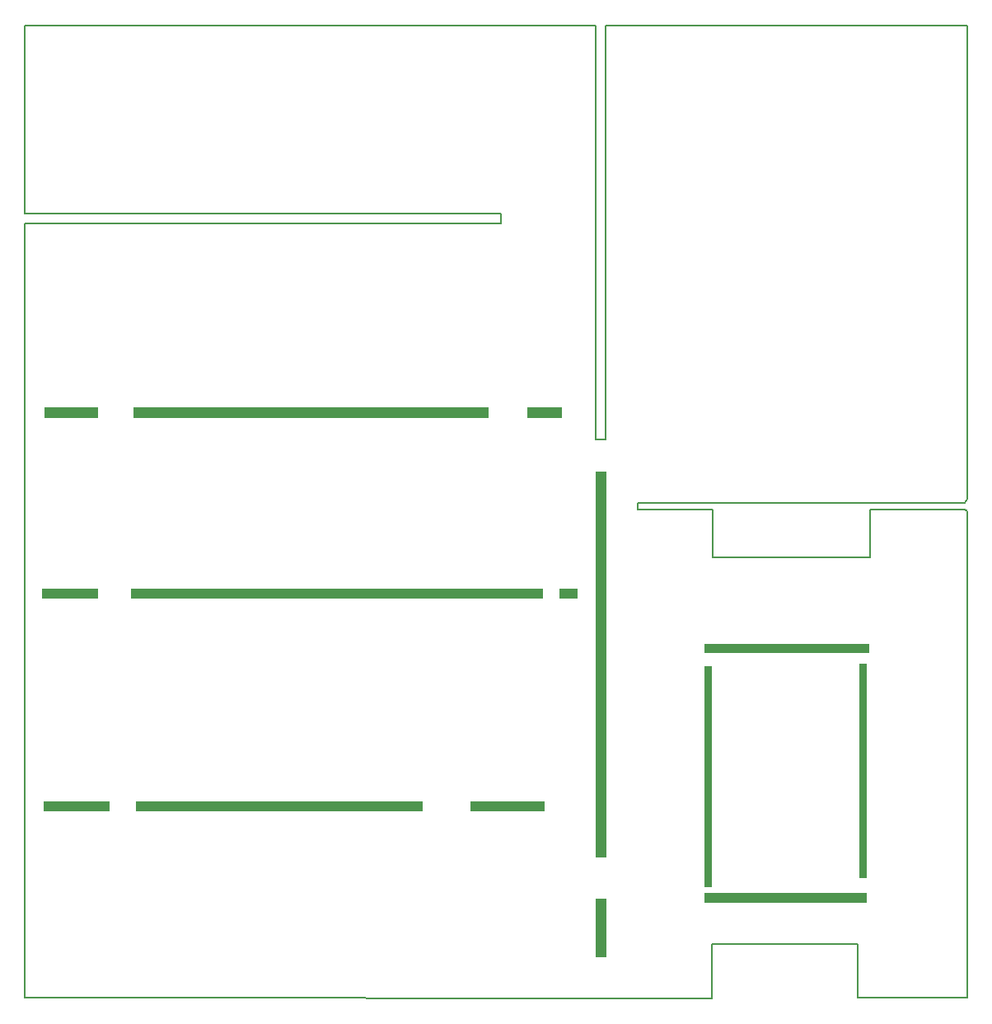
<source format=gbr>
%TF.GenerationSoftware,KiCad,Pcbnew,7.0.7*%
%TF.CreationDate,2023-11-05T16:16:48-05:00*%
%TF.ProjectId,MaisonEtape1,4d616973-6f6e-4457-9461-7065312e6b69,rev?*%
%TF.SameCoordinates,Original*%
%TF.FileFunction,Profile,NP*%
%FSLAX46Y46*%
G04 Gerber Fmt 4.6, Leading zero omitted, Abs format (unit mm)*
G04 Created by KiCad (PCBNEW 7.0.7) date 2023-11-05 16:16:48*
%MOMM*%
%LPD*%
G01*
G04 APERTURE LIST*
%TA.AperFunction,Profile*%
%ADD10C,0.100000*%
%TD*%
%TA.AperFunction,Profile*%
%ADD11C,0.200000*%
%TD*%
G04 APERTURE END LIST*
D10*
X146939000Y-122428000D02*
X139446000Y-122428000D01*
X139446000Y-121459908D01*
X146939000Y-121459908D01*
X146939000Y-122428000D01*
%TA.AperFunction,Profile*%
G36*
X146939000Y-122428000D02*
G01*
X139446000Y-122428000D01*
X139446000Y-121459908D01*
X146939000Y-121459908D01*
X146939000Y-122428000D01*
G37*
%TD.AperFunction*%
X134379000Y-122428000D02*
X105042000Y-122428000D01*
X105042000Y-121459908D01*
X134379000Y-121459908D01*
X134379000Y-122428000D01*
%TA.AperFunction,Profile*%
G36*
X134379000Y-122428000D02*
G01*
X105042000Y-122428000D01*
X105042000Y-121459908D01*
X134379000Y-121459908D01*
X134379000Y-122428000D01*
G37*
%TD.AperFunction*%
X141224000Y-81994092D02*
X104775000Y-81994092D01*
X104775000Y-81026000D01*
X141224000Y-81026000D01*
X141224000Y-81994092D01*
%TA.AperFunction,Profile*%
G36*
X141224000Y-81994092D02*
G01*
X104775000Y-81994092D01*
X104775000Y-81026000D01*
X141224000Y-81026000D01*
X141224000Y-81994092D01*
G37*
%TD.AperFunction*%
X150317200Y-100584000D02*
X148590000Y-100584000D01*
X148590000Y-99615908D01*
X150317200Y-99615908D01*
X150317200Y-100584000D01*
%TA.AperFunction,Profile*%
G36*
X150317200Y-100584000D02*
G01*
X148590000Y-100584000D01*
X148590000Y-99615908D01*
X150317200Y-99615908D01*
X150317200Y-100584000D01*
G37*
%TD.AperFunction*%
X148717000Y-81994092D02*
X145288000Y-81994092D01*
X145288000Y-81026000D01*
X148717000Y-81026000D01*
X148717000Y-81994092D01*
%TA.AperFunction,Profile*%
G36*
X148717000Y-81994092D02*
G01*
X145288000Y-81994092D01*
X145288000Y-81026000D01*
X148717000Y-81026000D01*
X148717000Y-81994092D01*
G37*
%TD.AperFunction*%
X153289000Y-137414000D02*
X152320908Y-137414000D01*
X152320908Y-131445000D01*
X153289000Y-131445000D01*
X153289000Y-137414000D01*
%TA.AperFunction,Profile*%
G36*
X153289000Y-137414000D02*
G01*
X152320908Y-137414000D01*
X152320908Y-131445000D01*
X153289000Y-131445000D01*
X153289000Y-137414000D01*
G37*
%TD.AperFunction*%
X153291892Y-127127000D02*
X152323800Y-127127000D01*
X152323800Y-87630000D01*
X153291892Y-87630000D01*
X153291892Y-127127000D01*
%TA.AperFunction,Profile*%
G36*
X153291892Y-127127000D02*
G01*
X152323800Y-127127000D01*
X152323800Y-87630000D01*
X153291892Y-87630000D01*
X153291892Y-127127000D01*
G37*
%TD.AperFunction*%
X101092000Y-100584000D02*
X95377000Y-100584000D01*
X95377000Y-99615908D01*
X101092000Y-99615908D01*
X101092000Y-100584000D01*
%TA.AperFunction,Profile*%
G36*
X101092000Y-100584000D02*
G01*
X95377000Y-100584000D01*
X95377000Y-99615908D01*
X101092000Y-99615908D01*
X101092000Y-100584000D01*
G37*
%TD.AperFunction*%
X164163092Y-130175000D02*
X163449000Y-130175000D01*
X163449000Y-107569000D01*
X164163092Y-107569000D01*
X164163092Y-130175000D01*
%TA.AperFunction,Profile*%
G36*
X164163092Y-130175000D02*
G01*
X163449000Y-130175000D01*
X163449000Y-107569000D01*
X164163092Y-107569000D01*
X164163092Y-130175000D01*
G37*
%TD.AperFunction*%
X180086000Y-129286000D02*
X179371908Y-129286000D01*
X179371908Y-107315000D01*
X180086000Y-107315000D01*
X180086000Y-129286000D01*
%TA.AperFunction,Profile*%
G36*
X180086000Y-129286000D02*
G01*
X179371908Y-129286000D01*
X179371908Y-107315000D01*
X180086000Y-107315000D01*
X180086000Y-129286000D01*
G37*
%TD.AperFunction*%
X146812000Y-100584000D02*
X104521000Y-100584000D01*
X104521000Y-99615908D01*
X146812000Y-99615908D01*
X146812000Y-100584000D01*
%TA.AperFunction,Profile*%
G36*
X146812000Y-100584000D02*
G01*
X104521000Y-100584000D01*
X104521000Y-99615908D01*
X146812000Y-99615908D01*
X146812000Y-100584000D01*
G37*
%TD.AperFunction*%
X180086000Y-131826000D02*
X163449000Y-131826000D01*
X163449000Y-130857908D01*
X180086000Y-130857908D01*
X180086000Y-131826000D01*
%TA.AperFunction,Profile*%
G36*
X180086000Y-131826000D02*
G01*
X163449000Y-131826000D01*
X163449000Y-130857908D01*
X180086000Y-130857908D01*
X180086000Y-131826000D01*
G37*
%TD.AperFunction*%
X180340000Y-106172000D02*
X163449000Y-106172000D01*
X163449000Y-105330908D01*
X180340000Y-105330908D01*
X180340000Y-106172000D01*
%TA.AperFunction,Profile*%
G36*
X180340000Y-106172000D02*
G01*
X163449000Y-106172000D01*
X163449000Y-105330908D01*
X180340000Y-105330908D01*
X180340000Y-106172000D01*
G37*
%TD.AperFunction*%
D11*
X152323800Y-84328000D02*
X153291892Y-84328000D01*
X153285000Y-41790000D01*
X190448000Y-41783000D01*
X190448000Y-66611500D01*
X190448000Y-90424000D01*
X190246000Y-90827508D01*
X177165000Y-90827508D01*
X156591000Y-90827508D01*
X156591000Y-91541600D01*
X164338000Y-91541600D01*
X164338000Y-96393000D01*
X180467000Y-96393000D01*
X180467000Y-91541600D01*
X190246000Y-91541600D01*
X190500000Y-91694000D01*
X190448000Y-141656000D01*
X179197000Y-141655800D01*
X179204000Y-136104000D01*
X164204000Y-136104000D01*
X164211000Y-141732000D01*
X93623000Y-141656000D01*
X93599000Y-62103000D01*
X142519400Y-62103000D01*
X142519400Y-61087000D01*
X93624400Y-61087000D01*
X93623000Y-41783000D01*
X122694000Y-41783000D01*
X152325000Y-41780000D01*
X152323800Y-84328000D01*
D10*
X101092000Y-81994092D02*
X95631000Y-81994092D01*
X95631000Y-81026000D01*
X101092000Y-81026000D01*
X101092000Y-81994092D01*
%TA.AperFunction,Profile*%
G36*
X101092000Y-81994092D02*
G01*
X95631000Y-81994092D01*
X95631000Y-81026000D01*
X101092000Y-81026000D01*
X101092000Y-81994092D01*
G37*
%TD.AperFunction*%
X102248000Y-122428000D02*
X95517000Y-122428000D01*
X95517000Y-121459908D01*
X102248000Y-121459908D01*
X102248000Y-122428000D01*
%TA.AperFunction,Profile*%
G36*
X102248000Y-122428000D02*
G01*
X95517000Y-122428000D01*
X95517000Y-121459908D01*
X102248000Y-121459908D01*
X102248000Y-122428000D01*
G37*
%TD.AperFunction*%
M02*

</source>
